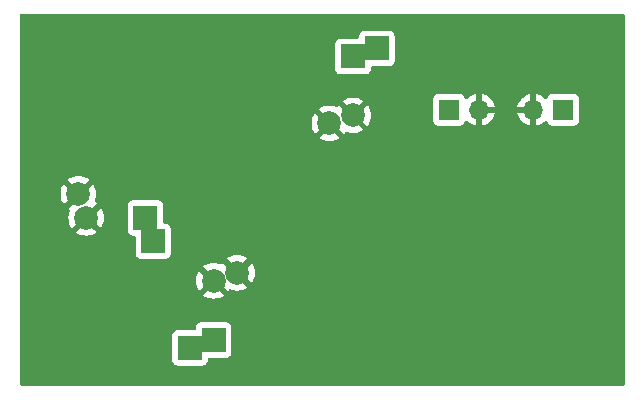
<source format=gbl>
%TF.GenerationSoftware,KiCad,Pcbnew,(6.0.1)*%
%TF.CreationDate,2022-02-22T15:36:59+00:00*%
%TF.ProjectId,Phantom Power Supply,5068616e-746f-46d2-9050-6f7765722053,rev?*%
%TF.SameCoordinates,Original*%
%TF.FileFunction,Copper,L2,Bot*%
%TF.FilePolarity,Positive*%
%FSLAX46Y46*%
G04 Gerber Fmt 4.6, Leading zero omitted, Abs format (unit mm)*
G04 Created by KiCad (PCBNEW (6.0.1)) date 2022-02-22 15:36:59*
%MOMM*%
%LPD*%
G01*
G04 APERTURE LIST*
%TA.AperFunction,ComponentPad*%
%ADD10O,1.700000X1.700000*%
%TD*%
%TA.AperFunction,ComponentPad*%
%ADD11R,1.700000X1.700000*%
%TD*%
%TA.AperFunction,ComponentPad*%
%ADD12R,2.000000X2.000000*%
%TD*%
%TA.AperFunction,ComponentPad*%
%ADD13C,2.000000*%
%TD*%
%TA.AperFunction,ViaPad*%
%ADD14C,0.800000*%
%TD*%
G04 APERTURE END LIST*
D10*
%TO.P,J2 OUT,2,Pin_2*%
%TO.N,GND*%
X87879000Y-51435000D03*
D11*
%TO.P,J2 OUT,1,Pin_1*%
%TO.N,+48V*%
X85339000Y-51435000D03*
%TD*%
%TO.P,J1 IN,1,Pin_1*%
%TO.N,VDD*%
X95001000Y-51435000D03*
D10*
%TO.P,J1 IN,2,Pin_2*%
%TO.N,GND*%
X92461000Y-51435000D03*
%TD*%
D12*
%TO.P,C8,1*%
%TO.N,+48V*%
X77216000Y-46920323D03*
X79216000Y-46248179D03*
D13*
%TO.P,C8,2*%
%TO.N,GND*%
X77216000Y-51920323D03*
X75216000Y-52592467D03*
%TD*%
%TO.P,C7,2*%
%TO.N,GND*%
X53960533Y-58579000D03*
X54632677Y-60579000D03*
D12*
%TO.P,C7,1*%
%TO.N,Net-(C7-Pad1)*%
X60304821Y-62579000D03*
X59632677Y-60579000D03*
%TD*%
%TO.P,C6,1*%
%TO.N,Net-(C5-Pad1)*%
X65405000Y-70913000D03*
X63405000Y-71585144D03*
D13*
%TO.P,C6,2*%
%TO.N,GND*%
X65405000Y-65913000D03*
X67405000Y-65240856D03*
%TD*%
D14*
%TO.N,GND*%
X53594000Y-69977000D03*
X70231000Y-63985323D03*
X93218000Y-69342000D03*
X87757000Y-66675000D03*
X86487000Y-65786000D03*
X86487000Y-63627000D03*
%TD*%
%TA.AperFunction,Conductor*%
%TO.N,GND*%
G36*
X100145121Y-43327002D02*
G01*
X100191614Y-43380658D01*
X100203000Y-43433000D01*
X100203000Y-74677000D01*
X100182998Y-74745121D01*
X100129342Y-74791614D01*
X100077000Y-74803000D01*
X49148000Y-74803000D01*
X49079879Y-74782998D01*
X49033386Y-74729342D01*
X49022000Y-74677000D01*
X49022000Y-72633278D01*
X61896500Y-72633278D01*
X61903255Y-72695460D01*
X61954385Y-72831849D01*
X62041739Y-72948405D01*
X62158295Y-73035759D01*
X62294684Y-73086889D01*
X62356866Y-73093644D01*
X64453134Y-73093644D01*
X64515316Y-73086889D01*
X64651705Y-73035759D01*
X64768261Y-72948405D01*
X64855615Y-72831849D01*
X64906745Y-72695460D01*
X64913500Y-72633278D01*
X64913500Y-72547500D01*
X64933502Y-72479379D01*
X64987158Y-72432886D01*
X65039500Y-72421500D01*
X66453134Y-72421500D01*
X66515316Y-72414745D01*
X66651705Y-72363615D01*
X66768261Y-72276261D01*
X66855615Y-72159705D01*
X66906745Y-72023316D01*
X66913500Y-71961134D01*
X66913500Y-69864866D01*
X66906745Y-69802684D01*
X66855615Y-69666295D01*
X66768261Y-69549739D01*
X66651705Y-69462385D01*
X66515316Y-69411255D01*
X66453134Y-69404500D01*
X64356866Y-69404500D01*
X64294684Y-69411255D01*
X64158295Y-69462385D01*
X64041739Y-69549739D01*
X63954385Y-69666295D01*
X63903255Y-69802684D01*
X63896500Y-69864866D01*
X63896500Y-69950644D01*
X63876498Y-70018765D01*
X63822842Y-70065258D01*
X63770500Y-70076644D01*
X62356866Y-70076644D01*
X62294684Y-70083399D01*
X62158295Y-70134529D01*
X62041739Y-70221883D01*
X61954385Y-70338439D01*
X61903255Y-70474828D01*
X61896500Y-70537010D01*
X61896500Y-72633278D01*
X49022000Y-72633278D01*
X49022000Y-67145670D01*
X64537160Y-67145670D01*
X64542887Y-67153320D01*
X64714042Y-67258205D01*
X64722837Y-67262687D01*
X64932988Y-67349734D01*
X64942373Y-67352783D01*
X65163554Y-67405885D01*
X65173301Y-67407428D01*
X65400070Y-67425275D01*
X65409930Y-67425275D01*
X65636699Y-67407428D01*
X65646446Y-67405885D01*
X65867627Y-67352783D01*
X65877012Y-67349734D01*
X66087163Y-67262687D01*
X66095958Y-67258205D01*
X66263445Y-67155568D01*
X66272907Y-67145110D01*
X66269124Y-67136334D01*
X65417812Y-66285022D01*
X65403868Y-66277408D01*
X65402035Y-66277539D01*
X65395420Y-66281790D01*
X64543920Y-67133290D01*
X64537160Y-67145670D01*
X49022000Y-67145670D01*
X49022000Y-65917930D01*
X63892725Y-65917930D01*
X63910572Y-66144699D01*
X63912115Y-66154446D01*
X63965217Y-66375627D01*
X63968266Y-66385012D01*
X64055313Y-66595163D01*
X64059795Y-66603958D01*
X64162432Y-66771445D01*
X64172890Y-66780907D01*
X64181666Y-66777124D01*
X65032978Y-65925812D01*
X65040592Y-65911868D01*
X65040461Y-65910035D01*
X65036210Y-65903420D01*
X64184710Y-65051920D01*
X64172330Y-65045160D01*
X64164680Y-65050887D01*
X64059795Y-65222042D01*
X64055313Y-65230837D01*
X63968266Y-65440988D01*
X63965217Y-65450373D01*
X63912115Y-65671554D01*
X63910572Y-65681301D01*
X63892725Y-65908070D01*
X63892725Y-65917930D01*
X49022000Y-65917930D01*
X49022000Y-64680890D01*
X64537093Y-64680890D01*
X64540876Y-64689666D01*
X66625290Y-66774080D01*
X66637670Y-66780840D01*
X66645319Y-66775114D01*
X66694993Y-66694055D01*
X66747641Y-66646424D01*
X66817682Y-66634818D01*
X66850642Y-66643482D01*
X66932983Y-66677588D01*
X66942373Y-66680639D01*
X67163554Y-66733741D01*
X67173301Y-66735284D01*
X67400070Y-66753131D01*
X67409930Y-66753131D01*
X67636699Y-66735284D01*
X67646446Y-66733741D01*
X67867627Y-66680639D01*
X67877012Y-66677590D01*
X68087163Y-66590543D01*
X68095958Y-66586061D01*
X68263445Y-66483424D01*
X68272907Y-66472966D01*
X68269124Y-66464190D01*
X67046922Y-65241988D01*
X67769408Y-65241988D01*
X67769539Y-65243821D01*
X67773790Y-65250436D01*
X68625290Y-66101936D01*
X68637670Y-66108696D01*
X68645320Y-66102969D01*
X68750205Y-65931814D01*
X68754687Y-65923019D01*
X68841734Y-65712868D01*
X68844783Y-65703483D01*
X68897885Y-65482302D01*
X68899428Y-65472555D01*
X68917275Y-65245786D01*
X68917275Y-65235926D01*
X68899428Y-65009157D01*
X68897885Y-64999410D01*
X68844783Y-64778229D01*
X68841734Y-64768844D01*
X68754687Y-64558693D01*
X68750205Y-64549898D01*
X68647568Y-64382411D01*
X68637110Y-64372949D01*
X68628334Y-64376732D01*
X67777022Y-65228044D01*
X67769408Y-65241988D01*
X67046922Y-65241988D01*
X66184710Y-64379776D01*
X66172330Y-64373016D01*
X66164681Y-64378742D01*
X66115007Y-64459801D01*
X66062359Y-64507432D01*
X65992318Y-64519038D01*
X65959358Y-64510374D01*
X65877017Y-64476268D01*
X65867627Y-64473217D01*
X65646446Y-64420115D01*
X65636699Y-64418572D01*
X65409930Y-64400725D01*
X65400070Y-64400725D01*
X65173301Y-64418572D01*
X65163554Y-64420115D01*
X64942373Y-64473217D01*
X64932988Y-64476266D01*
X64722837Y-64563313D01*
X64714042Y-64567795D01*
X64546555Y-64670432D01*
X64537093Y-64680890D01*
X49022000Y-64680890D01*
X49022000Y-61811670D01*
X53764837Y-61811670D01*
X53770564Y-61819320D01*
X53941719Y-61924205D01*
X53950514Y-61928687D01*
X54160665Y-62015734D01*
X54170050Y-62018783D01*
X54391231Y-62071885D01*
X54400978Y-62073428D01*
X54627747Y-62091275D01*
X54637607Y-62091275D01*
X54864376Y-62073428D01*
X54874123Y-62071885D01*
X55095304Y-62018783D01*
X55104689Y-62015734D01*
X55314840Y-61928687D01*
X55323635Y-61924205D01*
X55491122Y-61821568D01*
X55500584Y-61811110D01*
X55496801Y-61802334D01*
X55321601Y-61627134D01*
X58124177Y-61627134D01*
X58130932Y-61689316D01*
X58182062Y-61825705D01*
X58269416Y-61942261D01*
X58385972Y-62029615D01*
X58522361Y-62080745D01*
X58584543Y-62087500D01*
X58670321Y-62087500D01*
X58738442Y-62107502D01*
X58784935Y-62161158D01*
X58796321Y-62213500D01*
X58796321Y-63627134D01*
X58803076Y-63689316D01*
X58854206Y-63825705D01*
X58941560Y-63942261D01*
X59058116Y-64029615D01*
X59194505Y-64080745D01*
X59256687Y-64087500D01*
X61352955Y-64087500D01*
X61415137Y-64080745D01*
X61551526Y-64029615D01*
X61579371Y-64008746D01*
X66537093Y-64008746D01*
X66540876Y-64017522D01*
X67392188Y-64868834D01*
X67406132Y-64876448D01*
X67407965Y-64876317D01*
X67414580Y-64872066D01*
X68266080Y-64020566D01*
X68272840Y-64008186D01*
X68267113Y-64000536D01*
X68095958Y-63895651D01*
X68087163Y-63891169D01*
X67877012Y-63804122D01*
X67867627Y-63801073D01*
X67646446Y-63747971D01*
X67636699Y-63746428D01*
X67409930Y-63728581D01*
X67400070Y-63728581D01*
X67173301Y-63746428D01*
X67163554Y-63747971D01*
X66942373Y-63801073D01*
X66932988Y-63804122D01*
X66722837Y-63891169D01*
X66714042Y-63895651D01*
X66546555Y-63998288D01*
X66537093Y-64008746D01*
X61579371Y-64008746D01*
X61668082Y-63942261D01*
X61755436Y-63825705D01*
X61806566Y-63689316D01*
X61813321Y-63627134D01*
X61813321Y-61530866D01*
X61806566Y-61468684D01*
X61755436Y-61332295D01*
X61668082Y-61215739D01*
X61551526Y-61128385D01*
X61415137Y-61077255D01*
X61352955Y-61070500D01*
X61267177Y-61070500D01*
X61199056Y-61050498D01*
X61152563Y-60996842D01*
X61141177Y-60944500D01*
X61141177Y-59530866D01*
X61134422Y-59468684D01*
X61083292Y-59332295D01*
X60995938Y-59215739D01*
X60879382Y-59128385D01*
X60742993Y-59077255D01*
X60680811Y-59070500D01*
X58584543Y-59070500D01*
X58522361Y-59077255D01*
X58385972Y-59128385D01*
X58269416Y-59215739D01*
X58182062Y-59332295D01*
X58130932Y-59468684D01*
X58124177Y-59530866D01*
X58124177Y-61627134D01*
X55321601Y-61627134D01*
X54645489Y-60951022D01*
X54631545Y-60943408D01*
X54629712Y-60943539D01*
X54623097Y-60947790D01*
X53771597Y-61799290D01*
X53764837Y-61811670D01*
X49022000Y-61811670D01*
X49022000Y-59811670D01*
X53092693Y-59811670D01*
X53098419Y-59819319D01*
X53179478Y-59868993D01*
X53227109Y-59921641D01*
X53238715Y-59991682D01*
X53230051Y-60024642D01*
X53195945Y-60106983D01*
X53192894Y-60116373D01*
X53139792Y-60337554D01*
X53138249Y-60347301D01*
X53120402Y-60574070D01*
X53120402Y-60583930D01*
X53138249Y-60810699D01*
X53139792Y-60820446D01*
X53192894Y-61041627D01*
X53195943Y-61051012D01*
X53282990Y-61261163D01*
X53287472Y-61269958D01*
X53390109Y-61437445D01*
X53400567Y-61446907D01*
X53409343Y-61443124D01*
X54272335Y-60580132D01*
X54997085Y-60580132D01*
X54997216Y-60581965D01*
X55001467Y-60588580D01*
X55852967Y-61440080D01*
X55865347Y-61446840D01*
X55872997Y-61441113D01*
X55977882Y-61269958D01*
X55982364Y-61261163D01*
X56069411Y-61051012D01*
X56072460Y-61041627D01*
X56125562Y-60820446D01*
X56127105Y-60810699D01*
X56144952Y-60583930D01*
X56144952Y-60574070D01*
X56127105Y-60347301D01*
X56125562Y-60337554D01*
X56072460Y-60116373D01*
X56069411Y-60106988D01*
X55982364Y-59896837D01*
X55977882Y-59888042D01*
X55875245Y-59720555D01*
X55864787Y-59711093D01*
X55856011Y-59714876D01*
X55004699Y-60566188D01*
X54997085Y-60580132D01*
X54272335Y-60580132D01*
X55493757Y-59358710D01*
X55500517Y-59346330D01*
X55494791Y-59338681D01*
X55413732Y-59289007D01*
X55366101Y-59236359D01*
X55354495Y-59166318D01*
X55363159Y-59133358D01*
X55397265Y-59051017D01*
X55400316Y-59041627D01*
X55453418Y-58820446D01*
X55454961Y-58810699D01*
X55472808Y-58583930D01*
X55472808Y-58574070D01*
X55454961Y-58347301D01*
X55453418Y-58337554D01*
X55400316Y-58116373D01*
X55397267Y-58106988D01*
X55310220Y-57896837D01*
X55305738Y-57888042D01*
X55203101Y-57720555D01*
X55192643Y-57711093D01*
X55183867Y-57714876D01*
X53099453Y-59799290D01*
X53092693Y-59811670D01*
X49022000Y-59811670D01*
X49022000Y-58583930D01*
X52448258Y-58583930D01*
X52466105Y-58810699D01*
X52467648Y-58820446D01*
X52520750Y-59041627D01*
X52523799Y-59051012D01*
X52610846Y-59261163D01*
X52615328Y-59269958D01*
X52717965Y-59437445D01*
X52728423Y-59446907D01*
X52737199Y-59443124D01*
X53588511Y-58591812D01*
X53596125Y-58577868D01*
X53595994Y-58576035D01*
X53591743Y-58569420D01*
X52740243Y-57717920D01*
X52727863Y-57711160D01*
X52720213Y-57716887D01*
X52615328Y-57888042D01*
X52610846Y-57896837D01*
X52523799Y-58106988D01*
X52520750Y-58116373D01*
X52467648Y-58337554D01*
X52466105Y-58347301D01*
X52448258Y-58574070D01*
X52448258Y-58583930D01*
X49022000Y-58583930D01*
X49022000Y-57346890D01*
X53092626Y-57346890D01*
X53096409Y-57355666D01*
X53947721Y-58206978D01*
X53961665Y-58214592D01*
X53963498Y-58214461D01*
X53970113Y-58210210D01*
X54821613Y-57358710D01*
X54828373Y-57346330D01*
X54822646Y-57338680D01*
X54651491Y-57233795D01*
X54642696Y-57229313D01*
X54432545Y-57142266D01*
X54423160Y-57139217D01*
X54201979Y-57086115D01*
X54192232Y-57084572D01*
X53965463Y-57066725D01*
X53955603Y-57066725D01*
X53728834Y-57084572D01*
X53719087Y-57086115D01*
X53497906Y-57139217D01*
X53488521Y-57142266D01*
X53278370Y-57229313D01*
X53269575Y-57233795D01*
X53102088Y-57336432D01*
X53092626Y-57346890D01*
X49022000Y-57346890D01*
X49022000Y-53825137D01*
X74348160Y-53825137D01*
X74353887Y-53832787D01*
X74525042Y-53937672D01*
X74533837Y-53942154D01*
X74743988Y-54029201D01*
X74753373Y-54032250D01*
X74974554Y-54085352D01*
X74984301Y-54086895D01*
X75211070Y-54104742D01*
X75220930Y-54104742D01*
X75447699Y-54086895D01*
X75457446Y-54085352D01*
X75678627Y-54032250D01*
X75688012Y-54029201D01*
X75898163Y-53942154D01*
X75906958Y-53937672D01*
X76074445Y-53835035D01*
X76083907Y-53824577D01*
X76080124Y-53815801D01*
X75228812Y-52964489D01*
X75214868Y-52956875D01*
X75213035Y-52957006D01*
X75206420Y-52961257D01*
X74354920Y-53812757D01*
X74348160Y-53825137D01*
X49022000Y-53825137D01*
X49022000Y-52597397D01*
X73703725Y-52597397D01*
X73721572Y-52824166D01*
X73723115Y-52833913D01*
X73776217Y-53055094D01*
X73779266Y-53064479D01*
X73866313Y-53274630D01*
X73870795Y-53283425D01*
X73973432Y-53450912D01*
X73983890Y-53460374D01*
X73992666Y-53456591D01*
X74843978Y-52605279D01*
X74851592Y-52591335D01*
X74851461Y-52589502D01*
X74847210Y-52582887D01*
X73995710Y-51731387D01*
X73983330Y-51724627D01*
X73975680Y-51730354D01*
X73870795Y-51901509D01*
X73866313Y-51910304D01*
X73779266Y-52120455D01*
X73776217Y-52129840D01*
X73723115Y-52351021D01*
X73721572Y-52360768D01*
X73703725Y-52587537D01*
X73703725Y-52597397D01*
X49022000Y-52597397D01*
X49022000Y-51360357D01*
X74348093Y-51360357D01*
X74351876Y-51369133D01*
X76436290Y-53453547D01*
X76448670Y-53460307D01*
X76456319Y-53454581D01*
X76505993Y-53373522D01*
X76558641Y-53325891D01*
X76628682Y-53314285D01*
X76661642Y-53322949D01*
X76743983Y-53357055D01*
X76753373Y-53360106D01*
X76974554Y-53413208D01*
X76984301Y-53414751D01*
X77211070Y-53432598D01*
X77220930Y-53432598D01*
X77447699Y-53414751D01*
X77457446Y-53413208D01*
X77678627Y-53360106D01*
X77688012Y-53357057D01*
X77898163Y-53270010D01*
X77906958Y-53265528D01*
X78074445Y-53162891D01*
X78083907Y-53152433D01*
X78080124Y-53143657D01*
X76857922Y-51921455D01*
X77580408Y-51921455D01*
X77580539Y-51923288D01*
X77584790Y-51929903D01*
X78436290Y-52781403D01*
X78448670Y-52788163D01*
X78456320Y-52782436D01*
X78561205Y-52611281D01*
X78565687Y-52602486D01*
X78652734Y-52392335D01*
X78655783Y-52382950D01*
X78667743Y-52333134D01*
X83980500Y-52333134D01*
X83987255Y-52395316D01*
X84038385Y-52531705D01*
X84125739Y-52648261D01*
X84242295Y-52735615D01*
X84378684Y-52786745D01*
X84440866Y-52793500D01*
X86237134Y-52793500D01*
X86299316Y-52786745D01*
X86435705Y-52735615D01*
X86552261Y-52648261D01*
X86639615Y-52531705D01*
X86683798Y-52413848D01*
X86726440Y-52357084D01*
X86793001Y-52332384D01*
X86862350Y-52347592D01*
X86897017Y-52375580D01*
X86922218Y-52404673D01*
X86929580Y-52411883D01*
X87093434Y-52547916D01*
X87101881Y-52553831D01*
X87285756Y-52661279D01*
X87295042Y-52665729D01*
X87494001Y-52741703D01*
X87503899Y-52744579D01*
X87607250Y-52765606D01*
X87621299Y-52764410D01*
X87625000Y-52754065D01*
X87625000Y-52753517D01*
X88133000Y-52753517D01*
X88137064Y-52767359D01*
X88150478Y-52769393D01*
X88157184Y-52768534D01*
X88167262Y-52766392D01*
X88371255Y-52705191D01*
X88380842Y-52701433D01*
X88572095Y-52607739D01*
X88580945Y-52602464D01*
X88754328Y-52478792D01*
X88762200Y-52472139D01*
X88913052Y-52321812D01*
X88919730Y-52313965D01*
X89044003Y-52141020D01*
X89049313Y-52132183D01*
X89143670Y-51941267D01*
X89147469Y-51931672D01*
X89209377Y-51727910D01*
X89211555Y-51717837D01*
X89212986Y-51706962D01*
X89212363Y-51702966D01*
X91129257Y-51702966D01*
X91159565Y-51837446D01*
X91162645Y-51847275D01*
X91242770Y-52044603D01*
X91247413Y-52053794D01*
X91358694Y-52235388D01*
X91364777Y-52243699D01*
X91504213Y-52404667D01*
X91511580Y-52411883D01*
X91675434Y-52547916D01*
X91683881Y-52553831D01*
X91867756Y-52661279D01*
X91877042Y-52665729D01*
X92076001Y-52741703D01*
X92085899Y-52744579D01*
X92189250Y-52765606D01*
X92203299Y-52764410D01*
X92207000Y-52754065D01*
X92207000Y-52753517D01*
X92715000Y-52753517D01*
X92719064Y-52767359D01*
X92732478Y-52769393D01*
X92739184Y-52768534D01*
X92749262Y-52766392D01*
X92953255Y-52705191D01*
X92962842Y-52701433D01*
X93154095Y-52607739D01*
X93162945Y-52602464D01*
X93336328Y-52478792D01*
X93344193Y-52472145D01*
X93448897Y-52367805D01*
X93511268Y-52333889D01*
X93582075Y-52339077D01*
X93638837Y-52381723D01*
X93655819Y-52412826D01*
X93700385Y-52531705D01*
X93787739Y-52648261D01*
X93904295Y-52735615D01*
X94040684Y-52786745D01*
X94102866Y-52793500D01*
X95899134Y-52793500D01*
X95961316Y-52786745D01*
X96097705Y-52735615D01*
X96214261Y-52648261D01*
X96301615Y-52531705D01*
X96352745Y-52395316D01*
X96359500Y-52333134D01*
X96359500Y-50536866D01*
X96352745Y-50474684D01*
X96301615Y-50338295D01*
X96214261Y-50221739D01*
X96097705Y-50134385D01*
X95961316Y-50083255D01*
X95899134Y-50076500D01*
X94102866Y-50076500D01*
X94040684Y-50083255D01*
X93904295Y-50134385D01*
X93787739Y-50221739D01*
X93700385Y-50338295D01*
X93697233Y-50346703D01*
X93697232Y-50346705D01*
X93655722Y-50457433D01*
X93613081Y-50514198D01*
X93546519Y-50538898D01*
X93477170Y-50523691D01*
X93444546Y-50498004D01*
X93393799Y-50442234D01*
X93386273Y-50435215D01*
X93219139Y-50303222D01*
X93210552Y-50297517D01*
X93024117Y-50194599D01*
X93014705Y-50190369D01*
X92813959Y-50119280D01*
X92803988Y-50116646D01*
X92732837Y-50103972D01*
X92719540Y-50105432D01*
X92715000Y-50119989D01*
X92715000Y-52753517D01*
X92207000Y-52753517D01*
X92207000Y-51707115D01*
X92202525Y-51691876D01*
X92201135Y-51690671D01*
X92193452Y-51689000D01*
X91144225Y-51689000D01*
X91130694Y-51692973D01*
X91129257Y-51702966D01*
X89212363Y-51702966D01*
X89210775Y-51692778D01*
X89197617Y-51689000D01*
X88151115Y-51689000D01*
X88135876Y-51693475D01*
X88134671Y-51694865D01*
X88133000Y-51702548D01*
X88133000Y-52753517D01*
X87625000Y-52753517D01*
X87625000Y-51162885D01*
X88133000Y-51162885D01*
X88137475Y-51178124D01*
X88138865Y-51179329D01*
X88146548Y-51181000D01*
X89197344Y-51181000D01*
X89210875Y-51177027D01*
X89212002Y-51169183D01*
X91125389Y-51169183D01*
X91126912Y-51177607D01*
X91139292Y-51181000D01*
X92188885Y-51181000D01*
X92204124Y-51176525D01*
X92205329Y-51175135D01*
X92207000Y-51167452D01*
X92207000Y-50118102D01*
X92203082Y-50104758D01*
X92188806Y-50102771D01*
X92150324Y-50108660D01*
X92140288Y-50111051D01*
X91937868Y-50177212D01*
X91928359Y-50181209D01*
X91739463Y-50279542D01*
X91730738Y-50285036D01*
X91560433Y-50412905D01*
X91552726Y-50419748D01*
X91405590Y-50573717D01*
X91399104Y-50581727D01*
X91279098Y-50757649D01*
X91274000Y-50766623D01*
X91184338Y-50959783D01*
X91180775Y-50969470D01*
X91125389Y-51169183D01*
X89212002Y-51169183D01*
X89212180Y-51167947D01*
X89170214Y-51000875D01*
X89166894Y-50991124D01*
X89081972Y-50795814D01*
X89077105Y-50786739D01*
X88961426Y-50607926D01*
X88955136Y-50599757D01*
X88811806Y-50442240D01*
X88804273Y-50435215D01*
X88637139Y-50303222D01*
X88628552Y-50297517D01*
X88442117Y-50194599D01*
X88432705Y-50190369D01*
X88231959Y-50119280D01*
X88221988Y-50116646D01*
X88150837Y-50103972D01*
X88137540Y-50105432D01*
X88133000Y-50119989D01*
X88133000Y-51162885D01*
X87625000Y-51162885D01*
X87625000Y-50118102D01*
X87621082Y-50104758D01*
X87606806Y-50102771D01*
X87568324Y-50108660D01*
X87558288Y-50111051D01*
X87355868Y-50177212D01*
X87346359Y-50181209D01*
X87157463Y-50279542D01*
X87148738Y-50285036D01*
X86978433Y-50412905D01*
X86970726Y-50419748D01*
X86893478Y-50500584D01*
X86831954Y-50536014D01*
X86761042Y-50532557D01*
X86703255Y-50491311D01*
X86684402Y-50457763D01*
X86642767Y-50346703D01*
X86639615Y-50338295D01*
X86552261Y-50221739D01*
X86435705Y-50134385D01*
X86299316Y-50083255D01*
X86237134Y-50076500D01*
X84440866Y-50076500D01*
X84378684Y-50083255D01*
X84242295Y-50134385D01*
X84125739Y-50221739D01*
X84038385Y-50338295D01*
X83987255Y-50474684D01*
X83980500Y-50536866D01*
X83980500Y-52333134D01*
X78667743Y-52333134D01*
X78708885Y-52161769D01*
X78710428Y-52152022D01*
X78728275Y-51925253D01*
X78728275Y-51915393D01*
X78710428Y-51688624D01*
X78708885Y-51678877D01*
X78655783Y-51457696D01*
X78652734Y-51448311D01*
X78565687Y-51238160D01*
X78561205Y-51229365D01*
X78458568Y-51061878D01*
X78448110Y-51052416D01*
X78439334Y-51056199D01*
X77588022Y-51907511D01*
X77580408Y-51921455D01*
X76857922Y-51921455D01*
X75995710Y-51059243D01*
X75983330Y-51052483D01*
X75975681Y-51058209D01*
X75926007Y-51139268D01*
X75873359Y-51186899D01*
X75803318Y-51198505D01*
X75770358Y-51189841D01*
X75688017Y-51155735D01*
X75678627Y-51152684D01*
X75457446Y-51099582D01*
X75447699Y-51098039D01*
X75220930Y-51080192D01*
X75211070Y-51080192D01*
X74984301Y-51098039D01*
X74974554Y-51099582D01*
X74753373Y-51152684D01*
X74743988Y-51155733D01*
X74533837Y-51242780D01*
X74525042Y-51247262D01*
X74357555Y-51349899D01*
X74348093Y-51360357D01*
X49022000Y-51360357D01*
X49022000Y-50688213D01*
X76348093Y-50688213D01*
X76351876Y-50696989D01*
X77203188Y-51548301D01*
X77217132Y-51555915D01*
X77218965Y-51555784D01*
X77225580Y-51551533D01*
X78077080Y-50700033D01*
X78083840Y-50687653D01*
X78078113Y-50680003D01*
X77906958Y-50575118D01*
X77898163Y-50570636D01*
X77688012Y-50483589D01*
X77678627Y-50480540D01*
X77457446Y-50427438D01*
X77447699Y-50425895D01*
X77220930Y-50408048D01*
X77211070Y-50408048D01*
X76984301Y-50425895D01*
X76974554Y-50427438D01*
X76753373Y-50480540D01*
X76743988Y-50483589D01*
X76533837Y-50570636D01*
X76525042Y-50575118D01*
X76357555Y-50677755D01*
X76348093Y-50688213D01*
X49022000Y-50688213D01*
X49022000Y-47968457D01*
X75707500Y-47968457D01*
X75714255Y-48030639D01*
X75765385Y-48167028D01*
X75852739Y-48283584D01*
X75969295Y-48370938D01*
X76105684Y-48422068D01*
X76167866Y-48428823D01*
X78264134Y-48428823D01*
X78326316Y-48422068D01*
X78462705Y-48370938D01*
X78579261Y-48283584D01*
X78666615Y-48167028D01*
X78717745Y-48030639D01*
X78724500Y-47968457D01*
X78724500Y-47882679D01*
X78744502Y-47814558D01*
X78798158Y-47768065D01*
X78850500Y-47756679D01*
X80264134Y-47756679D01*
X80326316Y-47749924D01*
X80462705Y-47698794D01*
X80579261Y-47611440D01*
X80666615Y-47494884D01*
X80717745Y-47358495D01*
X80724500Y-47296313D01*
X80724500Y-45200045D01*
X80717745Y-45137863D01*
X80666615Y-45001474D01*
X80579261Y-44884918D01*
X80462705Y-44797564D01*
X80326316Y-44746434D01*
X80264134Y-44739679D01*
X78167866Y-44739679D01*
X78105684Y-44746434D01*
X77969295Y-44797564D01*
X77852739Y-44884918D01*
X77765385Y-45001474D01*
X77714255Y-45137863D01*
X77707500Y-45200045D01*
X77707500Y-45285823D01*
X77687498Y-45353944D01*
X77633842Y-45400437D01*
X77581500Y-45411823D01*
X76167866Y-45411823D01*
X76105684Y-45418578D01*
X75969295Y-45469708D01*
X75852739Y-45557062D01*
X75765385Y-45673618D01*
X75714255Y-45810007D01*
X75707500Y-45872189D01*
X75707500Y-47968457D01*
X49022000Y-47968457D01*
X49022000Y-43433000D01*
X49042002Y-43364879D01*
X49095658Y-43318386D01*
X49148000Y-43307000D01*
X100077000Y-43307000D01*
X100145121Y-43327002D01*
G37*
%TD.AperFunction*%
%TD*%
M02*

</source>
